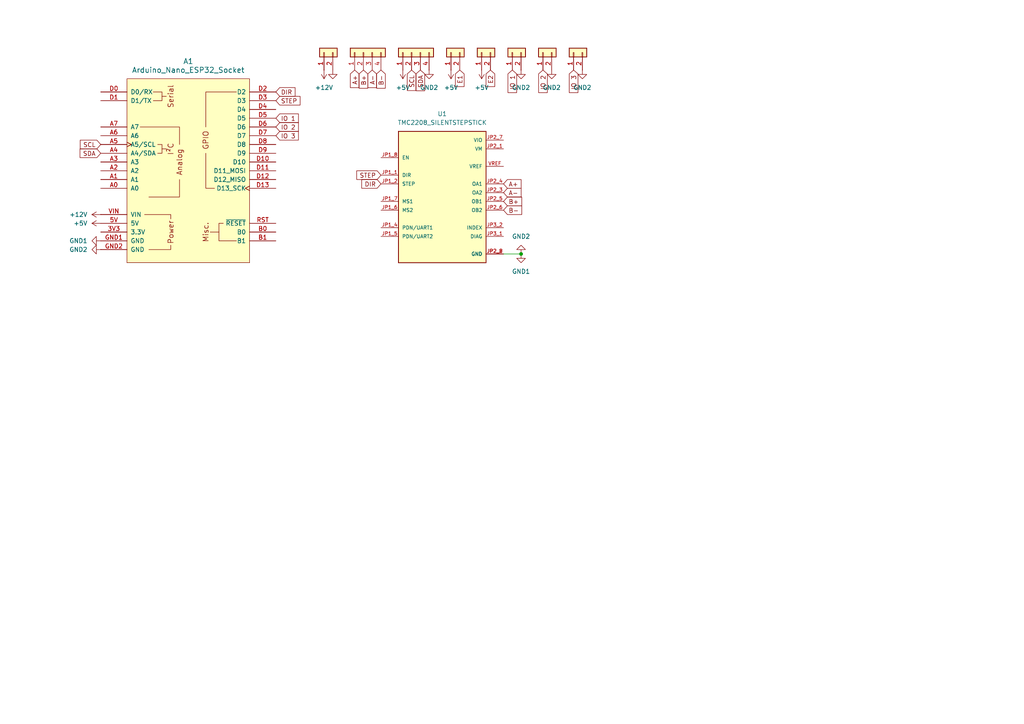
<source format=kicad_sch>
(kicad_sch
	(version 20231120)
	(generator "eeschema")
	(generator_version "8.0")
	(uuid "baa922c2-635e-48b0-a4ad-91c95da7e83e")
	(paper "A4")
	(lib_symbols
		(symbol "Connector_Generic:Conn_01x02"
			(pin_names
				(offset 1.016) hide)
			(exclude_from_sim no)
			(in_bom yes)
			(on_board yes)
			(property "Reference" "J"
				(at 0 2.54 0)
				(effects
					(font
						(size 1.27 1.27)
					)
				)
			)
			(property "Value" "Conn_01x02"
				(at 0 -5.08 0)
				(effects
					(font
						(size 1.27 1.27)
					)
				)
			)
			(property "Footprint" ""
				(at 0 0 0)
				(effects
					(font
						(size 1.27 1.27)
					)
					(hide yes)
				)
			)
			(property "Datasheet" "~"
				(at 0 0 0)
				(effects
					(font
						(size 1.27 1.27)
					)
					(hide yes)
				)
			)
			(property "Description" "Generic connector, single row, 01x02, script generated (kicad-library-utils/schlib/autogen/connector/)"
				(at 0 0 0)
				(effects
					(font
						(size 1.27 1.27)
					)
					(hide yes)
				)
			)
			(property "ki_keywords" "connector"
				(at 0 0 0)
				(effects
					(font
						(size 1.27 1.27)
					)
					(hide yes)
				)
			)
			(property "ki_fp_filters" "Connector*:*_1x??_*"
				(at 0 0 0)
				(effects
					(font
						(size 1.27 1.27)
					)
					(hide yes)
				)
			)
			(symbol "Conn_01x02_1_1"
				(rectangle
					(start -1.27 -2.413)
					(end 0 -2.667)
					(stroke
						(width 0.1524)
						(type default)
					)
					(fill
						(type none)
					)
				)
				(rectangle
					(start -1.27 0.127)
					(end 0 -0.127)
					(stroke
						(width 0.1524)
						(type default)
					)
					(fill
						(type none)
					)
				)
				(rectangle
					(start -1.27 1.27)
					(end 1.27 -3.81)
					(stroke
						(width 0.254)
						(type default)
					)
					(fill
						(type background)
					)
				)
				(pin passive line
					(at -5.08 0 0)
					(length 3.81)
					(name "Pin_1"
						(effects
							(font
								(size 1.27 1.27)
							)
						)
					)
					(number "1"
						(effects
							(font
								(size 1.27 1.27)
							)
						)
					)
				)
				(pin passive line
					(at -5.08 -2.54 0)
					(length 3.81)
					(name "Pin_2"
						(effects
							(font
								(size 1.27 1.27)
							)
						)
					)
					(number "2"
						(effects
							(font
								(size 1.27 1.27)
							)
						)
					)
				)
			)
		)
		(symbol "Connector_Generic:Conn_01x04"
			(pin_names
				(offset 1.016) hide)
			(exclude_from_sim no)
			(in_bom yes)
			(on_board yes)
			(property "Reference" "J"
				(at 0 5.08 0)
				(effects
					(font
						(size 1.27 1.27)
					)
				)
			)
			(property "Value" "Conn_01x04"
				(at 0 -7.62 0)
				(effects
					(font
						(size 1.27 1.27)
					)
				)
			)
			(property "Footprint" ""
				(at 0 0 0)
				(effects
					(font
						(size 1.27 1.27)
					)
					(hide yes)
				)
			)
			(property "Datasheet" "~"
				(at 0 0 0)
				(effects
					(font
						(size 1.27 1.27)
					)
					(hide yes)
				)
			)
			(property "Description" "Generic connector, single row, 01x04, script generated (kicad-library-utils/schlib/autogen/connector/)"
				(at 0 0 0)
				(effects
					(font
						(size 1.27 1.27)
					)
					(hide yes)
				)
			)
			(property "ki_keywords" "connector"
				(at 0 0 0)
				(effects
					(font
						(size 1.27 1.27)
					)
					(hide yes)
				)
			)
			(property "ki_fp_filters" "Connector*:*_1x??_*"
				(at 0 0 0)
				(effects
					(font
						(size 1.27 1.27)
					)
					(hide yes)
				)
			)
			(symbol "Conn_01x04_1_1"
				(rectangle
					(start -1.27 -4.953)
					(end 0 -5.207)
					(stroke
						(width 0.1524)
						(type default)
					)
					(fill
						(type none)
					)
				)
				(rectangle
					(start -1.27 -2.413)
					(end 0 -2.667)
					(stroke
						(width 0.1524)
						(type default)
					)
					(fill
						(type none)
					)
				)
				(rectangle
					(start -1.27 0.127)
					(end 0 -0.127)
					(stroke
						(width 0.1524)
						(type default)
					)
					(fill
						(type none)
					)
				)
				(rectangle
					(start -1.27 2.667)
					(end 0 2.413)
					(stroke
						(width 0.1524)
						(type default)
					)
					(fill
						(type none)
					)
				)
				(rectangle
					(start -1.27 3.81)
					(end 1.27 -6.35)
					(stroke
						(width 0.254)
						(type default)
					)
					(fill
						(type background)
					)
				)
				(pin passive line
					(at -5.08 2.54 0)
					(length 3.81)
					(name "Pin_1"
						(effects
							(font
								(size 1.27 1.27)
							)
						)
					)
					(number "1"
						(effects
							(font
								(size 1.27 1.27)
							)
						)
					)
				)
				(pin passive line
					(at -5.08 0 0)
					(length 3.81)
					(name "Pin_2"
						(effects
							(font
								(size 1.27 1.27)
							)
						)
					)
					(number "2"
						(effects
							(font
								(size 1.27 1.27)
							)
						)
					)
				)
				(pin passive line
					(at -5.08 -2.54 0)
					(length 3.81)
					(name "Pin_3"
						(effects
							(font
								(size 1.27 1.27)
							)
						)
					)
					(number "3"
						(effects
							(font
								(size 1.27 1.27)
							)
						)
					)
				)
				(pin passive line
					(at -5.08 -5.08 0)
					(length 3.81)
					(name "Pin_4"
						(effects
							(font
								(size 1.27 1.27)
							)
						)
					)
					(number "4"
						(effects
							(font
								(size 1.27 1.27)
							)
						)
					)
				)
			)
		)
		(symbol "PCM_arduino-library:Arduino_Nano_ESP32_Socket"
			(pin_names
				(offset 1.016)
			)
			(exclude_from_sim no)
			(in_bom yes)
			(on_board yes)
			(property "Reference" "A"
				(at 0 33.02 0)
				(effects
					(font
						(size 1.524 1.524)
					)
				)
			)
			(property "Value" "Arduino_Nano_ESP32_Socket"
				(at 0 29.21 0)
				(effects
					(font
						(size 1.524 1.524)
					)
				)
			)
			(property "Footprint" "PCM_arduino-library:Arduino_Nano_ESP32_Socket"
				(at 0 -34.29 0)
				(effects
					(font
						(size 1.524 1.524)
					)
					(hide yes)
				)
			)
			(property "Datasheet" "https://docs.arduino.cc/hardware/nano-esp32"
				(at 0 -30.48 0)
				(effects
					(font
						(size 1.524 1.524)
					)
					(hide yes)
				)
			)
			(property "Description" "Socket for Arduino Nano ESP32"
				(at 0 0 0)
				(effects
					(font
						(size 1.27 1.27)
					)
					(hide yes)
				)
			)
			(property "ki_keywords" "Arduino MPU Shield"
				(at 0 0 0)
				(effects
					(font
						(size 1.27 1.27)
					)
					(hide yes)
				)
			)
			(property "ki_fp_filters" "Arduino_Nano_ESP32_Socket"
				(at 0 0 0)
				(effects
					(font
						(size 1.27 1.27)
					)
					(hide yes)
				)
			)
			(symbol "Arduino_Nano_ESP32_Socket_0_0"
				(rectangle
					(start -17.78 26.67)
					(end 17.78 -26.67)
					(stroke
						(width 0)
						(type default)
					)
					(fill
						(type background)
					)
				)
				(polyline
					(pts
						(xy -7.62 6.35) (xy -6.35 6.35)
					)
					(stroke
						(width 0)
						(type default)
					)
					(fill
						(type none)
					)
				)
				(polyline
					(pts
						(xy -7.62 21.59) (xy -6.35 21.59)
					)
					(stroke
						(width 0)
						(type default)
					)
					(fill
						(type none)
					)
				)
				(polyline
					(pts
						(xy 8.89 -17.78) (xy 6.35 -17.78)
					)
					(stroke
						(width 0)
						(type default)
					)
					(fill
						(type none)
					)
				)
				(polyline
					(pts
						(xy -11.43 -22.86) (xy -5.08 -22.86) (xy -5.08 -21.59)
					)
					(stroke
						(width 0)
						(type default)
					)
					(fill
						(type none)
					)
				)
				(polyline
					(pts
						(xy -5.08 -13.97) (xy -5.08 -12.7) (xy -12.7 -12.7)
					)
					(stroke
						(width 0)
						(type default)
					)
					(fill
						(type none)
					)
				)
				(polyline
					(pts
						(xy -10.16 22.86) (xy -7.62 22.86) (xy -7.62 20.32) (xy -10.16 20.32)
					)
					(stroke
						(width 0)
						(type default)
					)
					(fill
						(type none)
					)
				)
				(polyline
					(pts
						(xy -8.89 7.62) (xy -7.62 7.62) (xy -7.62 5.08) (xy -8.89 5.08)
					)
					(stroke
						(width 0)
						(type default)
					)
					(fill
						(type none)
					)
				)
				(text "Analog"
					(at -2.54 2.54 900)
					(effects
						(font
							(size 1.524 1.524)
						)
					)
				)
				(text "I²C"
					(at -5.08 6.35 900)
					(effects
						(font
							(size 1.524 1.524)
						)
					)
				)
				(text "Misc."
					(at 5.08 -17.78 900)
					(effects
						(font
							(size 1.524 1.524)
						)
					)
				)
				(text "Power"
					(at -5.08 -17.78 900)
					(effects
						(font
							(size 1.524 1.524)
						)
					)
				)
				(text "Serial"
					(at -5.08 21.59 900)
					(effects
						(font
							(size 1.524 1.524)
						)
					)
				)
			)
			(symbol "Arduino_Nano_ESP32_Socket_0_1"
				(polyline
					(pts
						(xy -13.97 12.7) (xy -2.54 12.7) (xy -2.54 7.62)
					)
					(stroke
						(width 0)
						(type default)
					)
					(fill
						(type none)
					)
				)
				(polyline
					(pts
						(xy -11.43 -7.62) (xy -2.54 -7.62) (xy -2.54 -2.54)
					)
					(stroke
						(width 0)
						(type default)
					)
					(fill
						(type none)
					)
				)
				(polyline
					(pts
						(xy 7.62 -5.08) (xy 5.08 -5.08) (xy 5.08 5.08)
					)
					(stroke
						(width 0)
						(type default)
					)
					(fill
						(type none)
					)
				)
				(polyline
					(pts
						(xy 13.97 22.86) (xy 5.08 22.86) (xy 5.08 12.7)
					)
					(stroke
						(width 0)
						(type default)
					)
					(fill
						(type none)
					)
				)
				(polyline
					(pts
						(xy 10.16 -15.24) (xy 8.89 -15.24) (xy 8.89 -20.32) (xy 13.97 -20.32)
					)
					(stroke
						(width 0)
						(type default)
					)
					(fill
						(type none)
					)
				)
			)
			(symbol "Arduino_Nano_ESP32_Socket_1_0"
				(text "GPIO"
					(at 5.08 8.89 900)
					(effects
						(font
							(size 1.524 1.524)
						)
					)
				)
			)
			(symbol "Arduino_Nano_ESP32_Socket_1_1"
				(pin power_out line
					(at -25.4 -17.78 0)
					(length 7.62)
					(name "3.3V"
						(effects
							(font
								(size 1.27 1.27)
							)
						)
					)
					(number "3V3"
						(effects
							(font
								(size 1.27 1.27)
							)
						)
					)
				)
				(pin power_in line
					(at -25.4 -15.24 0)
					(length 7.62)
					(name "5V"
						(effects
							(font
								(size 1.27 1.27)
							)
						)
					)
					(number "5V"
						(effects
							(font
								(size 1.27 1.27)
							)
						)
					)
				)
				(pin bidirectional line
					(at -25.4 -5.08 0)
					(length 7.62)
					(name "A0"
						(effects
							(font
								(size 1.27 1.27)
							)
						)
					)
					(number "A0"
						(effects
							(font
								(size 1.27 1.27)
							)
						)
					)
				)
				(pin bidirectional line
					(at -25.4 -2.54 0)
					(length 7.62)
					(name "A1"
						(effects
							(font
								(size 1.27 1.27)
							)
						)
					)
					(number "A1"
						(effects
							(font
								(size 1.27 1.27)
							)
						)
					)
				)
				(pin bidirectional line
					(at -25.4 0 0)
					(length 7.62)
					(name "A2"
						(effects
							(font
								(size 1.27 1.27)
							)
						)
					)
					(number "A2"
						(effects
							(font
								(size 1.27 1.27)
							)
						)
					)
				)
				(pin bidirectional line
					(at -25.4 2.54 0)
					(length 7.62)
					(name "A3"
						(effects
							(font
								(size 1.27 1.27)
							)
						)
					)
					(number "A3"
						(effects
							(font
								(size 1.27 1.27)
							)
						)
					)
				)
				(pin bidirectional line
					(at -25.4 5.08 0)
					(length 7.62)
					(name "A4/SDA"
						(effects
							(font
								(size 1.27 1.27)
							)
						)
					)
					(number "A4"
						(effects
							(font
								(size 1.27 1.27)
							)
						)
					)
				)
				(pin bidirectional clock
					(at -25.4 7.62 0)
					(length 7.62)
					(name "A5/SCL"
						(effects
							(font
								(size 1.27 1.27)
							)
						)
					)
					(number "A5"
						(effects
							(font
								(size 1.27 1.27)
							)
						)
					)
				)
				(pin input line
					(at -25.4 10.16 0)
					(length 7.62)
					(name "A6"
						(effects
							(font
								(size 1.27 1.27)
							)
						)
					)
					(number "A6"
						(effects
							(font
								(size 1.27 1.27)
							)
						)
					)
				)
				(pin input line
					(at -25.4 12.7 0)
					(length 7.62)
					(name "A7"
						(effects
							(font
								(size 1.27 1.27)
							)
						)
					)
					(number "A7"
						(effects
							(font
								(size 1.27 1.27)
							)
						)
					)
				)
				(pin bidirectional line
					(at 25.4 -17.78 180)
					(length 7.62)
					(name "B0"
						(effects
							(font
								(size 1.27 1.27)
							)
						)
					)
					(number "B0"
						(effects
							(font
								(size 1.27 1.27)
							)
						)
					)
				)
				(pin bidirectional line
					(at 25.4 -20.32 180)
					(length 7.62)
					(name "B1"
						(effects
							(font
								(size 1.27 1.27)
							)
						)
					)
					(number "B1"
						(effects
							(font
								(size 1.27 1.27)
							)
						)
					)
				)
				(pin bidirectional line
					(at -25.4 22.86 0)
					(length 7.62)
					(name "D0/RX"
						(effects
							(font
								(size 1.27 1.27)
							)
						)
					)
					(number "D0"
						(effects
							(font
								(size 1.27 1.27)
							)
						)
					)
				)
				(pin bidirectional line
					(at -25.4 20.32 0)
					(length 7.62)
					(name "D1/TX"
						(effects
							(font
								(size 1.27 1.27)
							)
						)
					)
					(number "D1"
						(effects
							(font
								(size 1.27 1.27)
							)
						)
					)
				)
				(pin bidirectional line
					(at 25.4 2.54 180)
					(length 7.62)
					(name "D10"
						(effects
							(font
								(size 1.27 1.27)
							)
						)
					)
					(number "D10"
						(effects
							(font
								(size 1.27 1.27)
							)
						)
					)
				)
				(pin bidirectional line
					(at 25.4 0 180)
					(length 7.62)
					(name "D11_MOSI"
						(effects
							(font
								(size 1.27 1.27)
							)
						)
					)
					(number "D11"
						(effects
							(font
								(size 1.27 1.27)
							)
						)
					)
				)
				(pin bidirectional line
					(at 25.4 -2.54 180)
					(length 7.62)
					(name "D12_MISO"
						(effects
							(font
								(size 1.27 1.27)
							)
						)
					)
					(number "D12"
						(effects
							(font
								(size 1.27 1.27)
							)
						)
					)
				)
				(pin bidirectional clock
					(at 25.4 -5.08 180)
					(length 7.62)
					(name "D13_SCK"
						(effects
							(font
								(size 1.27 1.27)
							)
						)
					)
					(number "D13"
						(effects
							(font
								(size 1.27 1.27)
							)
						)
					)
				)
				(pin bidirectional line
					(at 25.4 22.86 180)
					(length 7.62)
					(name "D2"
						(effects
							(font
								(size 1.27 1.27)
							)
						)
					)
					(number "D2"
						(effects
							(font
								(size 1.27 1.27)
							)
						)
					)
				)
				(pin bidirectional line
					(at 25.4 20.32 180)
					(length 7.62)
					(name "D3"
						(effects
							(font
								(size 1.27 1.27)
							)
						)
					)
					(number "D3"
						(effects
							(font
								(size 1.27 1.27)
							)
						)
					)
				)
				(pin bidirectional line
					(at 25.4 17.78 180)
					(length 7.62)
					(name "D4"
						(effects
							(font
								(size 1.27 1.27)
							)
						)
					)
					(number "D4"
						(effects
							(font
								(size 1.27 1.27)
							)
						)
					)
				)
				(pin bidirectional line
					(at 25.4 15.24 180)
					(length 7.62)
					(name "D5"
						(effects
							(font
								(size 1.27 1.27)
							)
						)
					)
					(number "D5"
						(effects
							(font
								(size 1.27 1.27)
							)
						)
					)
				)
				(pin bidirectional line
					(at 25.4 12.7 180)
					(length 7.62)
					(name "D6"
						(effects
							(font
								(size 1.27 1.27)
							)
						)
					)
					(number "D6"
						(effects
							(font
								(size 1.27 1.27)
							)
						)
					)
				)
				(pin bidirectional line
					(at 25.4 10.16 180)
					(length 7.62)
					(name "D7"
						(effects
							(font
								(size 1.27 1.27)
							)
						)
					)
					(number "D7"
						(effects
							(font
								(size 1.27 1.27)
							)
						)
					)
				)
				(pin bidirectional line
					(at 25.4 7.62 180)
					(length 7.62)
					(name "D8"
						(effects
							(font
								(size 1.27 1.27)
							)
						)
					)
					(number "D8"
						(effects
							(font
								(size 1.27 1.27)
							)
						)
					)
				)
				(pin bidirectional line
					(at 25.4 5.08 180)
					(length 7.62)
					(name "D9"
						(effects
							(font
								(size 1.27 1.27)
							)
						)
					)
					(number "D9"
						(effects
							(font
								(size 1.27 1.27)
							)
						)
					)
				)
				(pin power_in line
					(at -25.4 -20.32 0)
					(length 7.62)
					(name "GND"
						(effects
							(font
								(size 1.27 1.27)
							)
						)
					)
					(number "GND1"
						(effects
							(font
								(size 1.27 1.27)
							)
						)
					)
				)
				(pin power_in line
					(at -25.4 -22.86 0)
					(length 7.62)
					(name "GND"
						(effects
							(font
								(size 1.27 1.27)
							)
						)
					)
					(number "GND2"
						(effects
							(font
								(size 1.27 1.27)
							)
						)
					)
				)
				(pin open_collector line
					(at 25.4 -15.24 180)
					(length 7.62)
					(name "~{RESET}"
						(effects
							(font
								(size 1.27 1.27)
							)
						)
					)
					(number "RST"
						(effects
							(font
								(size 1.27 1.27)
							)
						)
					)
				)
				(pin power_in line
					(at -25.4 -12.7 0)
					(length 7.62)
					(name "VIN"
						(effects
							(font
								(size 1.27 1.27)
							)
						)
					)
					(number "VIN"
						(effects
							(font
								(size 1.27 1.27)
							)
						)
					)
				)
			)
		)
		(symbol "TMC2208:TMC2208_SILENTSTEPSTICK"
			(pin_names
				(offset 1.016)
			)
			(exclude_from_sim no)
			(in_bom yes)
			(on_board yes)
			(property "Reference" "U"
				(at -12.7 19.05 0)
				(effects
					(font
						(size 1.27 1.27)
					)
					(justify left bottom)
				)
			)
			(property "Value" "TMC2208_SILENTSTEPSTICK"
				(at -12.7 -22.86 0)
				(effects
					(font
						(size 1.27 1.27)
					)
					(justify left bottom)
				)
			)
			(property "Footprint" "TMC2208_SILENTSTEPSTICK:MODULE_TMC2208_SILENTSTEPSTICK"
				(at 0 0 0)
				(effects
					(font
						(size 1.27 1.27)
					)
					(justify bottom)
					(hide yes)
				)
			)
			(property "Datasheet" ""
				(at 0 0 0)
				(effects
					(font
						(size 1.27 1.27)
					)
					(hide yes)
				)
			)
			(property "Description" ""
				(at 0 0 0)
				(effects
					(font
						(size 1.27 1.27)
					)
					(hide yes)
				)
			)
			(property "MF" "Trinamic Motion"
				(at 0 0 0)
				(effects
					(font
						(size 1.27 1.27)
					)
					(justify bottom)
					(hide yes)
				)
			)
			(property "Description_1" "\nTMC2208 Motor Controller/Driver, Stepper Power Management Evaluation Board\n"
				(at 0 0 0)
				(effects
					(font
						(size 1.27 1.27)
					)
					(justify bottom)
					(hide yes)
				)
			)
			(property "Package" "None"
				(at 0 0 0)
				(effects
					(font
						(size 1.27 1.27)
					)
					(justify bottom)
					(hide yes)
				)
			)
			(property "Price" "None"
				(at 0 0 0)
				(effects
					(font
						(size 1.27 1.27)
					)
					(justify bottom)
					(hide yes)
				)
			)
			(property "Check_prices" "https://www.snapeda.com/parts/TMC2208%20SILENTSTEPSTICK/Trinamic+Motion+Control+GmbH/view-part/?ref=eda"
				(at 0 0 0)
				(effects
					(font
						(size 1.27 1.27)
					)
					(justify bottom)
					(hide yes)
				)
			)
			(property "SnapEDA_Link" "https://www.snapeda.com/parts/TMC2208%20SILENTSTEPSTICK/Trinamic+Motion+Control+GmbH/view-part/?ref=snap"
				(at 0 0 0)
				(effects
					(font
						(size 1.27 1.27)
					)
					(justify bottom)
					(hide yes)
				)
			)
			(property "MP" "TMC2208 SILENTSTEPSTICK"
				(at 0 0 0)
				(effects
					(font
						(size 1.27 1.27)
					)
					(justify bottom)
					(hide yes)
				)
			)
			(property "Purchase-URL" "https://www.snapeda.com/api/url_track_click_mouser/?unipart_id=2125784&manufacturer=Trinamic Motion&part_name=TMC2208 SILENTSTEPSTICK&search_term=None"
				(at 0 0 0)
				(effects
					(font
						(size 1.27 1.27)
					)
					(justify bottom)
					(hide yes)
				)
			)
			(property "Availability" "In Stock"
				(at 0 0 0)
				(effects
					(font
						(size 1.27 1.27)
					)
					(justify bottom)
					(hide yes)
				)
			)
			(property "MANUFACTURER" "Trinamic Motion"
				(at 0 0 0)
				(effects
					(font
						(size 1.27 1.27)
					)
					(justify bottom)
					(hide yes)
				)
			)
			(symbol "TMC2208_SILENTSTEPSTICK_0_0"
				(rectangle
					(start -12.7 -20.32)
					(end 12.7 17.78)
					(stroke
						(width 0.254)
						(type default)
					)
					(fill
						(type background)
					)
				)
				(pin input line
					(at -17.78 5.08 0)
					(length 5.08)
					(name "DIR"
						(effects
							(font
								(size 1.016 1.016)
							)
						)
					)
					(number "JP1_1"
						(effects
							(font
								(size 1.016 1.016)
							)
						)
					)
				)
				(pin input line
					(at -17.78 2.54 0)
					(length 5.08)
					(name "STEP"
						(effects
							(font
								(size 1.016 1.016)
							)
						)
					)
					(number "JP1_2"
						(effects
							(font
								(size 1.016 1.016)
							)
						)
					)
				)
				(pin bidirectional line
					(at -17.78 -10.16 0)
					(length 5.08)
					(name "PDN/UART1"
						(effects
							(font
								(size 1.016 1.016)
							)
						)
					)
					(number "JP1_4"
						(effects
							(font
								(size 1.016 1.016)
							)
						)
					)
				)
				(pin bidirectional line
					(at -17.78 -12.7 0)
					(length 5.08)
					(name "PDN/UART2"
						(effects
							(font
								(size 1.016 1.016)
							)
						)
					)
					(number "JP1_5"
						(effects
							(font
								(size 1.016 1.016)
							)
						)
					)
				)
				(pin input line
					(at -17.78 -5.08 0)
					(length 5.08)
					(name "MS2"
						(effects
							(font
								(size 1.016 1.016)
							)
						)
					)
					(number "JP1_6"
						(effects
							(font
								(size 1.016 1.016)
							)
						)
					)
				)
				(pin input line
					(at -17.78 -2.54 0)
					(length 5.08)
					(name "MS1"
						(effects
							(font
								(size 1.016 1.016)
							)
						)
					)
					(number "JP1_7"
						(effects
							(font
								(size 1.016 1.016)
							)
						)
					)
				)
				(pin input line
					(at -17.78 10.16 0)
					(length 5.08)
					(name "EN"
						(effects
							(font
								(size 1.016 1.016)
							)
						)
					)
					(number "JP1_8"
						(effects
							(font
								(size 1.016 1.016)
							)
						)
					)
				)
				(pin power_in line
					(at 17.78 12.7 180)
					(length 5.08)
					(name "VM"
						(effects
							(font
								(size 1.016 1.016)
							)
						)
					)
					(number "JP2_1"
						(effects
							(font
								(size 1.016 1.016)
							)
						)
					)
				)
				(pin power_in line
					(at 17.78 -17.78 180)
					(length 5.08)
					(name "GND"
						(effects
							(font
								(size 1.016 1.016)
							)
						)
					)
					(number "JP2_2"
						(effects
							(font
								(size 1.016 1.016)
							)
						)
					)
				)
				(pin passive line
					(at 17.78 0 180)
					(length 5.08)
					(name "OA2"
						(effects
							(font
								(size 1.016 1.016)
							)
						)
					)
					(number "JP2_3"
						(effects
							(font
								(size 1.016 1.016)
							)
						)
					)
				)
				(pin passive line
					(at 17.78 2.54 180)
					(length 5.08)
					(name "OA1"
						(effects
							(font
								(size 1.016 1.016)
							)
						)
					)
					(number "JP2_4"
						(effects
							(font
								(size 1.016 1.016)
							)
						)
					)
				)
				(pin passive line
					(at 17.78 -2.54 180)
					(length 5.08)
					(name "OB1"
						(effects
							(font
								(size 1.016 1.016)
							)
						)
					)
					(number "JP2_5"
						(effects
							(font
								(size 1.016 1.016)
							)
						)
					)
				)
				(pin passive line
					(at 17.78 -5.08 180)
					(length 5.08)
					(name "OB2"
						(effects
							(font
								(size 1.016 1.016)
							)
						)
					)
					(number "JP2_6"
						(effects
							(font
								(size 1.016 1.016)
							)
						)
					)
				)
				(pin power_in line
					(at 17.78 15.24 180)
					(length 5.08)
					(name "VIO"
						(effects
							(font
								(size 1.016 1.016)
							)
						)
					)
					(number "JP2_7"
						(effects
							(font
								(size 1.016 1.016)
							)
						)
					)
				)
				(pin power_in line
					(at 17.78 -17.78 180)
					(length 5.08)
					(name "GND"
						(effects
							(font
								(size 1.016 1.016)
							)
						)
					)
					(number "JP2_8"
						(effects
							(font
								(size 1.016 1.016)
							)
						)
					)
				)
				(pin output line
					(at 17.78 -12.7 180)
					(length 5.08)
					(name "DIAG"
						(effects
							(font
								(size 1.016 1.016)
							)
						)
					)
					(number "JP3_1"
						(effects
							(font
								(size 1.016 1.016)
							)
						)
					)
				)
				(pin output line
					(at 17.78 -10.16 180)
					(length 5.08)
					(name "INDEX"
						(effects
							(font
								(size 1.016 1.016)
							)
						)
					)
					(number "JP3_2"
						(effects
							(font
								(size 1.016 1.016)
							)
						)
					)
				)
				(pin passive line
					(at 17.78 7.62 180)
					(length 5.08)
					(name "VREF"
						(effects
							(font
								(size 1.016 1.016)
							)
						)
					)
					(number "VREF"
						(effects
							(font
								(size 1.016 1.016)
							)
						)
					)
				)
			)
		)
		(symbol "power:+12V"
			(power)
			(pin_numbers hide)
			(pin_names
				(offset 0) hide)
			(exclude_from_sim no)
			(in_bom yes)
			(on_board yes)
			(property "Reference" "#PWR"
				(at 0 -3.81 0)
				(effects
					(font
						(size 1.27 1.27)
					)
					(hide yes)
				)
			)
			(property "Value" "+12V"
				(at 0 3.556 0)
				(effects
					(font
						(size 1.27 1.27)
					)
				)
			)
			(property "Footprint" ""
				(at 0 0 0)
				(effects
					(font
						(size 1.27 1.27)
					)
					(hide yes)
				)
			)
			(property "Datasheet" ""
				(at 0 0 0)
				(effects
					(font
						(size 1.27 1.27)
					)
					(hide yes)
				)
			)
			(property "Description" "Power symbol creates a global label with name \"+12V\""
				(at 0 0 0)
				(effects
					(font
						(size 1.27 1.27)
					)
					(hide yes)
				)
			)
			(property "ki_keywords" "global power"
				(at 0 0 0)
				(effects
					(font
						(size 1.27 1.27)
					)
					(hide yes)
				)
			)
			(symbol "+12V_0_1"
				(polyline
					(pts
						(xy -0.762 1.27) (xy 0 2.54)
					)
					(stroke
						(width 0)
						(type default)
					)
					(fill
						(type none)
					)
				)
				(polyline
					(pts
						(xy 0 0) (xy 0 2.54)
					)
					(stroke
						(width 0)
						(type default)
					)
					(fill
						(type none)
					)
				)
				(polyline
					(pts
						(xy 0 2.54) (xy 0.762 1.27)
					)
					(stroke
						(width 0)
						(type default)
					)
					(fill
						(type none)
					)
				)
			)
			(symbol "+12V_1_1"
				(pin power_in line
					(at 0 0 90)
					(length 0)
					(name "~"
						(effects
							(font
								(size 1.27 1.27)
							)
						)
					)
					(number "1"
						(effects
							(font
								(size 1.27 1.27)
							)
						)
					)
				)
			)
		)
		(symbol "power:+5V"
			(power)
			(pin_numbers hide)
			(pin_names
				(offset 0) hide)
			(exclude_from_sim no)
			(in_bom yes)
			(on_board yes)
			(property "Reference" "#PWR"
				(at 0 -3.81 0)
				(effects
					(font
						(size 1.27 1.27)
					)
					(hide yes)
				)
			)
			(property "Value" "+5V"
				(at 0 3.556 0)
				(effects
					(font
						(size 1.27 1.27)
					)
				)
			)
			(property "Footprint" ""
				(at 0 0 0)
				(effects
					(font
						(size 1.27 1.27)
					)
					(hide yes)
				)
			)
			(property "Datasheet" ""
				(at 0 0 0)
				(effects
					(font
						(size 1.27 1.27)
					)
					(hide yes)
				)
			)
			(property "Description" "Power symbol creates a global label with name \"+5V\""
				(at 0 0 0)
				(effects
					(font
						(size 1.27 1.27)
					)
					(hide yes)
				)
			)
			(property "ki_keywords" "global power"
				(at 0 0 0)
				(effects
					(font
						(size 1.27 1.27)
					)
					(hide yes)
				)
			)
			(symbol "+5V_0_1"
				(polyline
					(pts
						(xy -0.762 1.27) (xy 0 2.54)
					)
					(stroke
						(width 0)
						(type default)
					)
					(fill
						(type none)
					)
				)
				(polyline
					(pts
						(xy 0 0) (xy 0 2.54)
					)
					(stroke
						(width 0)
						(type default)
					)
					(fill
						(type none)
					)
				)
				(polyline
					(pts
						(xy 0 2.54) (xy 0.762 1.27)
					)
					(stroke
						(width 0)
						(type default)
					)
					(fill
						(type none)
					)
				)
			)
			(symbol "+5V_1_1"
				(pin power_in line
					(at 0 0 90)
					(length 0)
					(name "~"
						(effects
							(font
								(size 1.27 1.27)
							)
						)
					)
					(number "1"
						(effects
							(font
								(size 1.27 1.27)
							)
						)
					)
				)
			)
		)
		(symbol "power:GND1"
			(power)
			(pin_numbers hide)
			(pin_names
				(offset 0) hide)
			(exclude_from_sim no)
			(in_bom yes)
			(on_board yes)
			(property "Reference" "#PWR"
				(at 0 -6.35 0)
				(effects
					(font
						(size 1.27 1.27)
					)
					(hide yes)
				)
			)
			(property "Value" "GND1"
				(at 0 -3.81 0)
				(effects
					(font
						(size 1.27 1.27)
					)
				)
			)
			(property "Footprint" ""
				(at 0 0 0)
				(effects
					(font
						(size 1.27 1.27)
					)
					(hide yes)
				)
			)
			(property "Datasheet" ""
				(at 0 0 0)
				(effects
					(font
						(size 1.27 1.27)
					)
					(hide yes)
				)
			)
			(property "Description" "Power symbol creates a global label with name \"GND1\" , ground"
				(at 0 0 0)
				(effects
					(font
						(size 1.27 1.27)
					)
					(hide yes)
				)
			)
			(property "ki_keywords" "global power"
				(at 0 0 0)
				(effects
					(font
						(size 1.27 1.27)
					)
					(hide yes)
				)
			)
			(symbol "GND1_0_1"
				(polyline
					(pts
						(xy 0 0) (xy 0 -1.27) (xy 1.27 -1.27) (xy 0 -2.54) (xy -1.27 -1.27) (xy 0 -1.27)
					)
					(stroke
						(width 0)
						(type default)
					)
					(fill
						(type none)
					)
				)
			)
			(symbol "GND1_1_1"
				(pin power_in line
					(at 0 0 270)
					(length 0)
					(name "~"
						(effects
							(font
								(size 1.27 1.27)
							)
						)
					)
					(number "1"
						(effects
							(font
								(size 1.27 1.27)
							)
						)
					)
				)
			)
		)
		(symbol "power:GND2"
			(power)
			(pin_numbers hide)
			(pin_names
				(offset 0) hide)
			(exclude_from_sim no)
			(in_bom yes)
			(on_board yes)
			(property "Reference" "#PWR"
				(at 0 -6.35 0)
				(effects
					(font
						(size 1.27 1.27)
					)
					(hide yes)
				)
			)
			(property "Value" "GND2"
				(at 0 -3.81 0)
				(effects
					(font
						(size 1.27 1.27)
					)
				)
			)
			(property "Footprint" ""
				(at 0 0 0)
				(effects
					(font
						(size 1.27 1.27)
					)
					(hide yes)
				)
			)
			(property "Datasheet" ""
				(at 0 0 0)
				(effects
					(font
						(size 1.27 1.27)
					)
					(hide yes)
				)
			)
			(property "Description" "Power symbol creates a global label with name \"GND2\" , ground"
				(at 0 0 0)
				(effects
					(font
						(size 1.27 1.27)
					)
					(hide yes)
				)
			)
			(property "ki_keywords" "global power"
				(at 0 0 0)
				(effects
					(font
						(size 1.27 1.27)
					)
					(hide yes)
				)
			)
			(symbol "GND2_0_1"
				(polyline
					(pts
						(xy 0 0) (xy 0 -1.27) (xy 1.27 -1.27) (xy 0 -2.54) (xy -1.27 -1.27) (xy 0 -1.27)
					)
					(stroke
						(width 0)
						(type default)
					)
					(fill
						(type none)
					)
				)
			)
			(symbol "GND2_1_1"
				(pin power_in line
					(at 0 0 270)
					(length 0)
					(name "~"
						(effects
							(font
								(size 1.27 1.27)
							)
						)
					)
					(number "1"
						(effects
							(font
								(size 1.27 1.27)
							)
						)
					)
				)
			)
		)
	)
	(junction
		(at 151.13 73.66)
		(diameter 0)
		(color 0 0 0 0)
		(uuid "14119c7f-b932-4186-bd97-08934c679320")
	)
	(wire
		(pts
			(xy 146.05 73.66) (xy 151.13 73.66)
		)
		(stroke
			(width 0)
			(type default)
		)
		(uuid "5efe7172-b8db-44fa-b954-f03ef876bea9")
	)
	(global_label "A-"
		(shape input)
		(at 107.95 20.32 270)
		(fields_autoplaced yes)
		(effects
			(font
				(size 1.27 1.27)
			)
			(justify right)
		)
		(uuid "09c67ac8-1d49-4249-bcd6-4351a9a146e7")
		(property "Intersheetrefs" "${INTERSHEET_REFS}"
			(at 107.95 25.9662 90)
			(effects
				(font
					(size 1.27 1.27)
				)
				(justify right)
				(hide yes)
			)
		)
	)
	(global_label "A-"
		(shape input)
		(at 146.05 55.88 0)
		(fields_autoplaced yes)
		(effects
			(font
				(size 1.27 1.27)
			)
			(justify left)
		)
		(uuid "0e6a51d3-2b80-411a-a5e1-ba68f6a8ce1d")
		(property "Intersheetrefs" "${INTERSHEET_REFS}"
			(at 151.6962 55.88 0)
			(effects
				(font
					(size 1.27 1.27)
				)
				(justify left)
				(hide yes)
			)
		)
	)
	(global_label "A+"
		(shape input)
		(at 146.05 53.34 0)
		(fields_autoplaced yes)
		(effects
			(font
				(size 1.27 1.27)
			)
			(justify left)
		)
		(uuid "0f98429c-7400-44dc-8428-2dc4726b068b")
		(property "Intersheetrefs" "${INTERSHEET_REFS}"
			(at 151.6962 53.34 0)
			(effects
				(font
					(size 1.27 1.27)
				)
				(justify left)
				(hide yes)
			)
		)
	)
	(global_label "SCL"
		(shape input)
		(at 29.21 41.91 180)
		(fields_autoplaced yes)
		(effects
			(font
				(size 1.27 1.27)
			)
			(justify right)
		)
		(uuid "265f6563-2665-4518-8aeb-ba7fc787db7f")
		(property "Intersheetrefs" "${INTERSHEET_REFS}"
			(at 22.7172 41.91 0)
			(effects
				(font
					(size 1.27 1.27)
				)
				(justify right)
				(hide yes)
			)
		)
	)
	(global_label "SCL"
		(shape input)
		(at 119.38 20.32 270)
		(fields_autoplaced yes)
		(effects
			(font
				(size 1.27 1.27)
			)
			(justify right)
		)
		(uuid "27337034-6a6d-463a-b330-77a34dfa9c5c")
		(property "Intersheetrefs" "${INTERSHEET_REFS}"
			(at 119.38 26.8128 90)
			(effects
				(font
					(size 1.27 1.27)
				)
				(justify right)
				(hide yes)
			)
		)
	)
	(global_label "IO 1"
		(shape input)
		(at 80.01 34.29 0)
		(fields_autoplaced yes)
		(effects
			(font
				(size 1.27 1.27)
			)
			(justify left)
		)
		(uuid "29d57835-c4a6-4693-a8d1-3735dd57bcc8")
		(property "Intersheetrefs" "${INTERSHEET_REFS}"
			(at 87.1076 34.29 0)
			(effects
				(font
					(size 1.27 1.27)
				)
				(justify left)
				(hide yes)
			)
		)
	)
	(global_label "IO 3"
		(shape input)
		(at 80.01 39.37 0)
		(fields_autoplaced yes)
		(effects
			(font
				(size 1.27 1.27)
			)
			(justify left)
		)
		(uuid "409fd728-94f0-4e2f-a942-3694bd313e57")
		(property "Intersheetrefs" "${INTERSHEET_REFS}"
			(at 87.1076 39.37 0)
			(effects
				(font
					(size 1.27 1.27)
				)
				(justify left)
				(hide yes)
			)
		)
	)
	(global_label "IO 1"
		(shape input)
		(at 148.59 20.32 270)
		(fields_autoplaced yes)
		(effects
			(font
				(size 1.27 1.27)
			)
			(justify right)
		)
		(uuid "47266a31-ed54-485a-bc59-78906aa047c9")
		(property "Intersheetrefs" "${INTERSHEET_REFS}"
			(at 148.59 27.4176 90)
			(effects
				(font
					(size 1.27 1.27)
				)
				(justify right)
				(hide yes)
			)
		)
	)
	(global_label "E1"
		(shape input)
		(at 133.35 20.32 270)
		(fields_autoplaced yes)
		(effects
			(font
				(size 1.27 1.27)
			)
			(justify right)
		)
		(uuid "4ca487e8-3b9d-40d4-a07b-284ba42054d1")
		(property "Intersheetrefs" "${INTERSHEET_REFS}"
			(at 133.35 25.6637 90)
			(effects
				(font
					(size 1.27 1.27)
				)
				(justify right)
				(hide yes)
			)
		)
	)
	(global_label "STEP"
		(shape input)
		(at 80.01 29.21 0)
		(fields_autoplaced yes)
		(effects
			(font
				(size 1.27 1.27)
			)
			(justify left)
		)
		(uuid "512b0b38-ce34-42ed-9e3d-f690b19445e5")
		(property "Intersheetrefs" "${INTERSHEET_REFS}"
			(at 87.5913 29.21 0)
			(effects
				(font
					(size 1.27 1.27)
				)
				(justify left)
				(hide yes)
			)
		)
	)
	(global_label "STEP"
		(shape input)
		(at 110.49 50.8 180)
		(fields_autoplaced yes)
		(effects
			(font
				(size 1.27 1.27)
			)
			(justify right)
		)
		(uuid "59a7875f-98f5-4e77-9ebe-8659c0627ef8")
		(property "Intersheetrefs" "${INTERSHEET_REFS}"
			(at 102.9087 50.8 0)
			(effects
				(font
					(size 1.27 1.27)
				)
				(justify right)
				(hide yes)
			)
		)
	)
	(global_label "B+"
		(shape input)
		(at 146.05 58.42 0)
		(fields_autoplaced yes)
		(effects
			(font
				(size 1.27 1.27)
			)
			(justify left)
		)
		(uuid "6064f723-5c57-4806-a541-07e23663d097")
		(property "Intersheetrefs" "${INTERSHEET_REFS}"
			(at 151.8776 58.42 0)
			(effects
				(font
					(size 1.27 1.27)
				)
				(justify left)
				(hide yes)
			)
		)
	)
	(global_label "DIR"
		(shape input)
		(at 110.49 53.34 180)
		(fields_autoplaced yes)
		(effects
			(font
				(size 1.27 1.27)
			)
			(justify right)
		)
		(uuid "71b8d4dc-959f-43ef-9973-e9046d2ab878")
		(property "Intersheetrefs" "${INTERSHEET_REFS}"
			(at 104.36 53.34 0)
			(effects
				(font
					(size 1.27 1.27)
				)
				(justify right)
				(hide yes)
			)
		)
	)
	(global_label "DIR"
		(shape input)
		(at 80.01 26.67 0)
		(fields_autoplaced yes)
		(effects
			(font
				(size 1.27 1.27)
			)
			(justify left)
		)
		(uuid "7b501794-be50-4b9d-92e9-9ffce392b035")
		(property "Intersheetrefs" "${INTERSHEET_REFS}"
			(at 86.14 26.67 0)
			(effects
				(font
					(size 1.27 1.27)
				)
				(justify left)
				(hide yes)
			)
		)
	)
	(global_label "B-"
		(shape input)
		(at 110.49 20.32 270)
		(fields_autoplaced yes)
		(effects
			(font
				(size 1.27 1.27)
			)
			(justify right)
		)
		(uuid "7f001377-b88b-4008-b515-0f9e95fc1863")
		(property "Intersheetrefs" "${INTERSHEET_REFS}"
			(at 110.49 26.1476 90)
			(effects
				(font
					(size 1.27 1.27)
				)
				(justify right)
				(hide yes)
			)
		)
	)
	(global_label "IO 3"
		(shape input)
		(at 166.37 20.32 270)
		(fields_autoplaced yes)
		(effects
			(font
				(size 1.27 1.27)
			)
			(justify right)
		)
		(uuid "881ea72b-4279-49a6-a766-4d7c14de9e82")
		(property "Intersheetrefs" "${INTERSHEET_REFS}"
			(at 166.37 27.4176 90)
			(effects
				(font
					(size 1.27 1.27)
				)
				(justify right)
				(hide yes)
			)
		)
	)
	(global_label "IO 2"
		(shape input)
		(at 157.48 20.32 270)
		(fields_autoplaced yes)
		(effects
			(font
				(size 1.27 1.27)
			)
			(justify right)
		)
		(uuid "9ad51f3f-ca51-4136-9cf7-a748d56086bc")
		(property "Intersheetrefs" "${INTERSHEET_REFS}"
			(at 157.48 27.4176 90)
			(effects
				(font
					(size 1.27 1.27)
				)
				(justify right)
				(hide yes)
			)
		)
	)
	(global_label "B-"
		(shape input)
		(at 146.05 60.96 0)
		(fields_autoplaced yes)
		(effects
			(font
				(size 1.27 1.27)
			)
			(justify left)
		)
		(uuid "ac8385b5-b4b0-470f-a64d-83f35cc1c25e")
		(property "Intersheetrefs" "${INTERSHEET_REFS}"
			(at 151.8776 60.96 0)
			(effects
				(font
					(size 1.27 1.27)
				)
				(justify left)
				(hide yes)
			)
		)
	)
	(global_label "SDA"
		(shape input)
		(at 121.92 20.32 270)
		(fields_autoplaced yes)
		(effects
			(font
				(size 1.27 1.27)
			)
			(justify right)
		)
		(uuid "bca5faa2-b5b8-4912-bb54-f7dd22d363cc")
		(property "Intersheetrefs" "${INTERSHEET_REFS}"
			(at 121.92 26.8733 90)
			(effects
				(font
					(size 1.27 1.27)
				)
				(justify right)
				(hide yes)
			)
		)
	)
	(global_label "B+"
		(shape input)
		(at 105.41 20.32 270)
		(fields_autoplaced yes)
		(effects
			(font
				(size 1.27 1.27)
			)
			(justify right)
		)
		(uuid "c2fb76fb-5a97-4368-8fa0-bce02261cb5a")
		(property "Intersheetrefs" "${INTERSHEET_REFS}"
			(at 105.41 26.1476 90)
			(effects
				(font
					(size 1.27 1.27)
				)
				(justify right)
				(hide yes)
			)
		)
	)
	(global_label "SDA"
		(shape input)
		(at 29.21 44.45 180)
		(fields_autoplaced yes)
		(effects
			(font
				(size 1.27 1.27)
			)
			(justify right)
		)
		(uuid "c485c6c0-c8aa-483f-a585-a8bd323be2af")
		(property "Intersheetrefs" "${INTERSHEET_REFS}"
			(at 22.6567 44.45 0)
			(effects
				(font
					(size 1.27 1.27)
				)
				(justify right)
				(hide yes)
			)
		)
	)
	(global_label "A+"
		(shape input)
		(at 102.87 20.32 270)
		(fields_autoplaced yes)
		(effects
			(font
				(size 1.27 1.27)
			)
			(justify right)
		)
		(uuid "d49e00a1-d046-407d-af47-752e96e9b302")
		(property "Intersheetrefs" "${INTERSHEET_REFS}"
			(at 102.87 25.9662 90)
			(effects
				(font
					(size 1.27 1.27)
				)
				(justify right)
				(hide yes)
			)
		)
	)
	(global_label "E2"
		(shape input)
		(at 142.24 20.32 270)
		(fields_autoplaced yes)
		(effects
			(font
				(size 1.27 1.27)
			)
			(justify right)
		)
		(uuid "e48662ed-f896-497d-a8f6-04e8671d898d")
		(property "Intersheetrefs" "${INTERSHEET_REFS}"
			(at 142.24 25.6637 90)
			(effects
				(font
					(size 1.27 1.27)
				)
				(justify right)
				(hide yes)
			)
		)
	)
	(global_label "IO 2"
		(shape input)
		(at 80.01 36.83 0)
		(fields_autoplaced yes)
		(effects
			(font
				(size 1.27 1.27)
			)
			(justify left)
		)
		(uuid "ffbbe3f3-28a5-4b75-bf66-1e7e031805cc")
		(property "Intersheetrefs" "${INTERSHEET_REFS}"
			(at 87.1076 36.83 0)
			(effects
				(font
					(size 1.27 1.27)
				)
				(justify left)
				(hide yes)
			)
		)
	)
	(symbol
		(lib_id "power:GND2")
		(at 160.02 20.32 0)
		(unit 1)
		(exclude_from_sim no)
		(in_bom yes)
		(on_board yes)
		(dnp no)
		(fields_autoplaced yes)
		(uuid "0f7a4a62-45bc-408c-a3fc-de55cf604830")
		(property "Reference" "#PWR014"
			(at 160.02 26.67 0)
			(effects
				(font
					(size 1.27 1.27)
				)
				(hide yes)
			)
		)
		(property "Value" "GND2"
			(at 160.02 25.4 0)
			(effects
				(font
					(size 1.27 1.27)
				)
			)
		)
		(property "Footprint" ""
			(at 160.02 20.32 0)
			(effects
				(font
					(size 1.27 1.27)
				)
				(hide yes)
			)
		)
		(property "Datasheet" ""
			(at 160.02 20.32 0)
			(effects
				(font
					(size 1.27 1.27)
				)
				(hide yes)
			)
		)
		(property "Description" "Power symbol creates a global label with name \"GND2\" , ground"
			(at 160.02 20.32 0)
			(effects
				(font
					(size 1.27 1.27)
				)
				(hide yes)
			)
		)
		(pin "1"
			(uuid "7f124cc3-a762-4e29-af6d-22197ee20dd9")
		)
		(instances
			(project "Dispenser"
				(path "/baa922c2-635e-48b0-a4ad-91c95da7e83e"
					(reference "#PWR014")
					(unit 1)
				)
			)
		)
	)
	(symbol
		(lib_id "Connector_Generic:Conn_01x02")
		(at 139.7 15.24 90)
		(unit 1)
		(exclude_from_sim no)
		(in_bom yes)
		(on_board yes)
		(dnp no)
		(fields_autoplaced yes)
		(uuid "1d6036c4-dfd9-4ab7-8438-4c1530f5e171")
		(property "Reference" "E2"
			(at 144.78 13.9699 90)
			(effects
				(font
					(size 1.27 1.27)
				)
				(justify right)
				(hide yes)
			)
		)
		(property "Value" "Conn_01x02"
			(at 144.78 16.5099 90)
			(effects
				(font
					(size 1.27 1.27)
				)
				(justify right)
				(hide yes)
			)
		)
		(property "Footprint" "Connector_JST:JST_EH_B2B-EH-A_1x02_P2.50mm_Vertical"
			(at 139.7 15.24 0)
			(effects
				(font
					(size 1.27 1.27)
				)
				(hide yes)
			)
		)
		(property "Datasheet" "~"
			(at 139.7 15.24 0)
			(effects
				(font
					(size 1.27 1.27)
				)
				(hide yes)
			)
		)
		(property "Description" "Generic connector, single row, 01x02, script generated (kicad-library-utils/schlib/autogen/connector/)"
			(at 139.7 15.24 0)
			(effects
				(font
					(size 1.27 1.27)
				)
				(hide yes)
			)
		)
		(pin "1"
			(uuid "4c6266b8-0b98-4b84-888f-c7278e61c868")
		)
		(pin "2"
			(uuid "f5967c67-f719-4893-8d54-5c7049471e5d")
		)
		(instances
			(project "Dispenser"
				(path "/baa922c2-635e-48b0-a4ad-91c95da7e83e"
					(reference "E2")
					(unit 1)
				)
			)
		)
	)
	(symbol
		(lib_id "Connector_Generic:Conn_01x02")
		(at 166.37 15.24 90)
		(unit 1)
		(exclude_from_sim no)
		(in_bom yes)
		(on_board yes)
		(dnp no)
		(fields_autoplaced yes)
		(uuid "1e0d6061-f537-4811-9710-ec870d0858e0")
		(property "Reference" "IO3"
			(at 171.45 13.9699 90)
			(effects
				(font
					(size 1.27 1.27)
				)
				(justify right)
				(hide yes)
			)
		)
		(property "Value" "Conn_01x02"
			(at 171.45 16.5099 90)
			(effects
				(font
					(size 1.27 1.27)
				)
				(justify right)
				(hide yes)
			)
		)
		(property "Footprint" "Connector_JST:JST_EH_B4B-EH-A_1x04_P2.50mm_Vertical"
			(at 166.37 15.24 0)
			(effects
				(font
					(size 1.27 1.27)
				)
				(hide yes)
			)
		)
		(property "Datasheet" "~"
			(at 166.37 15.24 0)
			(effects
				(font
					(size 1.27 1.27)
				)
				(hide yes)
			)
		)
		(property "Description" "Generic connector, single row, 01x02, script generated (kicad-library-utils/schlib/autogen/connector/)"
			(at 166.37 15.24 0)
			(effects
				(font
					(size 1.27 1.27)
				)
				(hide yes)
			)
		)
		(pin "1"
			(uuid "c563dde4-d347-4567-a9d6-b5964288646a")
		)
		(pin "2"
			(uuid "f54a8238-4ba7-4223-a28d-73c86a98deb7")
		)
		(instances
			(project "Dispenser"
				(path "/baa922c2-635e-48b0-a4ad-91c95da7e83e"
					(reference "IO3")
					(unit 1)
				)
			)
		)
	)
	(symbol
		(lib_id "power:GND1")
		(at 96.52 20.32 0)
		(unit 1)
		(exclude_from_sim no)
		(in_bom yes)
		(on_board yes)
		(dnp no)
		(fields_autoplaced yes)
		(uuid "22862863-949c-4de9-bf6e-18c2cf74b58c")
		(property "Reference" "#PWR02"
			(at 96.52 26.67 0)
			(effects
				(font
					(size 1.27 1.27)
				)
				(hide yes)
			)
		)
		(property "Value" "GND1"
			(at 96.52 25.4 0)
			(effects
				(font
					(size 1.27 1.27)
				)
				(hide yes)
			)
		)
		(property "Footprint" ""
			(at 96.52 20.32 0)
			(effects
				(font
					(size 1.27 1.27)
				)
				(hide yes)
			)
		)
		(property "Datasheet" ""
			(at 96.52 20.32 0)
			(effects
				(font
					(size 1.27 1.27)
				)
				(hide yes)
			)
		)
		(property "Description" "Power symbol creates a global label with name \"GND1\" , ground"
			(at 96.52 20.32 0)
			(effects
				(font
					(size 1.27 1.27)
				)
				(hide yes)
			)
		)
		(pin "1"
			(uuid "35ee193a-4081-4b54-92a9-cc3283592f35")
		)
		(instances
			(project ""
				(path "/baa922c2-635e-48b0-a4ad-91c95da7e83e"
					(reference "#PWR02")
					(unit 1)
				)
			)
		)
	)
	(symbol
		(lib_id "power:+12V")
		(at 93.98 20.32 180)
		(unit 1)
		(exclude_from_sim no)
		(in_bom yes)
		(on_board yes)
		(dnp no)
		(fields_autoplaced yes)
		(uuid "2824b959-c074-43ca-ad50-0910ff95fa24")
		(property "Reference" "#PWR01"
			(at 93.98 16.51 0)
			(effects
				(font
					(size 1.27 1.27)
				)
				(hide yes)
			)
		)
		(property "Value" "+12V"
			(at 93.98 25.4 0)
			(effects
				(font
					(size 1.27 1.27)
				)
			)
		)
		(property "Footprint" ""
			(at 93.98 20.32 0)
			(effects
				(font
					(size 1.27 1.27)
				)
				(hide yes)
			)
		)
		(property "Datasheet" ""
			(at 93.98 20.32 0)
			(effects
				(font
					(size 1.27 1.27)
				)
				(hide yes)
			)
		)
		(property "Description" "Power symbol creates a global label with name \"+12V\""
			(at 93.98 20.32 0)
			(effects
				(font
					(size 1.27 1.27)
				)
				(hide yes)
			)
		)
		(pin "1"
			(uuid "6ac06b3e-4c14-4c49-9ea4-55d5ec6a61f5")
		)
		(instances
			(project ""
				(path "/baa922c2-635e-48b0-a4ad-91c95da7e83e"
					(reference "#PWR01")
					(unit 1)
				)
			)
		)
	)
	(symbol
		(lib_id "power:+5V")
		(at 29.21 64.77 90)
		(unit 1)
		(exclude_from_sim no)
		(in_bom yes)
		(on_board yes)
		(dnp no)
		(fields_autoplaced yes)
		(uuid "3354090c-c27a-436c-9f3f-58194d664025")
		(property "Reference" "#PWR08"
			(at 33.02 64.77 0)
			(effects
				(font
					(size 1.27 1.27)
				)
				(hide yes)
			)
		)
		(property "Value" "+5V"
			(at 25.4 64.7699 90)
			(effects
				(font
					(size 1.27 1.27)
				)
				(justify left)
			)
		)
		(property "Footprint" ""
			(at 29.21 64.77 0)
			(effects
				(font
					(size 1.27 1.27)
				)
				(hide yes)
			)
		)
		(property "Datasheet" ""
			(at 29.21 64.77 0)
			(effects
				(font
					(size 1.27 1.27)
				)
				(hide yes)
			)
		)
		(property "Description" "Power symbol creates a global label with name \"+5V\""
			(at 29.21 64.77 0)
			(effects
				(font
					(size 1.27 1.27)
				)
				(hide yes)
			)
		)
		(pin "1"
			(uuid "9a0679aa-a6f3-42d8-8228-a7a77a70233f")
		)
		(instances
			(project ""
				(path "/baa922c2-635e-48b0-a4ad-91c95da7e83e"
					(reference "#PWR08")
					(unit 1)
				)
			)
		)
	)
	(symbol
		(lib_id "Connector_Generic:Conn_01x02")
		(at 148.59 15.24 90)
		(unit 1)
		(exclude_from_sim no)
		(in_bom yes)
		(on_board yes)
		(dnp no)
		(fields_autoplaced yes)
		(uuid "33a25833-cd08-4ef9-aaac-9ebcc3533d41")
		(property "Reference" "IO1"
			(at 153.67 13.9699 90)
			(effects
				(font
					(size 1.27 1.27)
				)
				(justify right)
				(hide yes)
			)
		)
		(property "Value" "Conn_01x02"
			(at 153.67 16.5099 90)
			(effects
				(font
					(size 1.27 1.27)
				)
				(justify right)
				(hide yes)
			)
		)
		(property "Footprint" "Connector_JST:JST_EH_B2B-EH-A_1x02_P2.50mm_Vertical"
			(at 148.59 15.24 0)
			(effects
				(font
					(size 1.27 1.27)
				)
				(hide yes)
			)
		)
		(property "Datasheet" "~"
			(at 148.59 15.24 0)
			(effects
				(font
					(size 1.27 1.27)
				)
				(hide yes)
			)
		)
		(property "Description" "Generic connector, single row, 01x02, script generated (kicad-library-utils/schlib/autogen/connector/)"
			(at 148.59 15.24 0)
			(effects
				(font
					(size 1.27 1.27)
				)
				(hide yes)
			)
		)
		(pin "1"
			(uuid "cd807126-eae4-4c58-9d60-209a515612ee")
		)
		(pin "2"
			(uuid "f164e863-009f-4296-b8a3-c536a626b442")
		)
		(instances
			(project "Dispenser"
				(path "/baa922c2-635e-48b0-a4ad-91c95da7e83e"
					(reference "IO1")
					(unit 1)
				)
			)
		)
	)
	(symbol
		(lib_id "power:GND2")
		(at 168.91 20.32 0)
		(unit 1)
		(exclude_from_sim no)
		(in_bom yes)
		(on_board yes)
		(dnp no)
		(fields_autoplaced yes)
		(uuid "438f4454-66d9-48e3-b334-838039138a3c")
		(property "Reference" "#PWR015"
			(at 168.91 26.67 0)
			(effects
				(font
					(size 1.27 1.27)
				)
				(hide yes)
			)
		)
		(property "Value" "GND2"
			(at 168.91 25.4 0)
			(effects
				(font
					(size 1.27 1.27)
				)
			)
		)
		(property "Footprint" ""
			(at 168.91 20.32 0)
			(effects
				(font
					(size 1.27 1.27)
				)
				(hide yes)
			)
		)
		(property "Datasheet" ""
			(at 168.91 20.32 0)
			(effects
				(font
					(size 1.27 1.27)
				)
				(hide yes)
			)
		)
		(property "Description" "Power symbol creates a global label with name \"GND2\" , ground"
			(at 168.91 20.32 0)
			(effects
				(font
					(size 1.27 1.27)
				)
				(hide yes)
			)
		)
		(pin "1"
			(uuid "f729b89b-1fb1-47a1-ab80-16e6204cb944")
		)
		(instances
			(project "Dispenser"
				(path "/baa922c2-635e-48b0-a4ad-91c95da7e83e"
					(reference "#PWR015")
					(unit 1)
				)
			)
		)
	)
	(symbol
		(lib_id "power:GND1")
		(at 29.21 69.85 270)
		(unit 1)
		(exclude_from_sim no)
		(in_bom yes)
		(on_board yes)
		(dnp no)
		(fields_autoplaced yes)
		(uuid "45261bb6-a2b4-4766-b939-fd6835741d4c")
		(property "Reference" "#PWR03"
			(at 22.86 69.85 0)
			(effects
				(font
					(size 1.27 1.27)
				)
				(hide yes)
			)
		)
		(property "Value" "GND1"
			(at 25.4 69.8499 90)
			(effects
				(font
					(size 1.27 1.27)
				)
				(justify right)
			)
		)
		(property "Footprint" ""
			(at 29.21 69.85 0)
			(effects
				(font
					(size 1.27 1.27)
				)
				(hide yes)
			)
		)
		(property "Datasheet" ""
			(at 29.21 69.85 0)
			(effects
				(font
					(size 1.27 1.27)
				)
				(hide yes)
			)
		)
		(property "Description" "Power symbol creates a global label with name \"GND1\" , ground"
			(at 29.21 69.85 0)
			(effects
				(font
					(size 1.27 1.27)
				)
				(hide yes)
			)
		)
		(pin "1"
			(uuid "3f191701-3518-4212-a00c-a5bf7f8a5de2")
		)
		(instances
			(project ""
				(path "/baa922c2-635e-48b0-a4ad-91c95da7e83e"
					(reference "#PWR03")
					(unit 1)
				)
			)
		)
	)
	(symbol
		(lib_id "Connector_Generic:Conn_01x02")
		(at 157.48 15.24 90)
		(unit 1)
		(exclude_from_sim no)
		(in_bom yes)
		(on_board yes)
		(dnp no)
		(fields_autoplaced yes)
		(uuid "4ebc6f21-1591-4462-8d88-47f9344f6ada")
		(property "Reference" "IO2"
			(at 162.56 13.9699 90)
			(effects
				(font
					(size 1.27 1.27)
				)
				(justify right)
				(hide yes)
			)
		)
		(property "Value" "Conn_01x02"
			(at 162.56 16.5099 90)
			(effects
				(font
					(size 1.27 1.27)
				)
				(justify right)
				(hide yes)
			)
		)
		(property "Footprint" "Connector_JST:JST_EH_B2B-EH-A_1x02_P2.50mm_Vertical"
			(at 157.48 15.24 0)
			(effects
				(font
					(size 1.27 1.27)
				)
				(hide yes)
			)
		)
		(property "Datasheet" "~"
			(at 157.48 15.24 0)
			(effects
				(font
					(size 1.27 1.27)
				)
				(hide yes)
			)
		)
		(property "Description" "Generic connector, single row, 01x02, script generated (kicad-library-utils/schlib/autogen/connector/)"
			(at 157.48 15.24 0)
			(effects
				(font
					(size 1.27 1.27)
				)
				(hide yes)
			)
		)
		(pin "1"
			(uuid "6ae96818-6950-4462-9a6d-bf7d32a11160")
		)
		(pin "2"
			(uuid "b4d26144-c99f-4724-8ff0-e881460e7bff")
		)
		(instances
			(project "Dispenser"
				(path "/baa922c2-635e-48b0-a4ad-91c95da7e83e"
					(reference "IO2")
					(unit 1)
				)
			)
		)
	)
	(symbol
		(lib_id "TMC2208:TMC2208_SILENTSTEPSTICK")
		(at 128.27 55.88 0)
		(unit 1)
		(exclude_from_sim no)
		(in_bom yes)
		(on_board yes)
		(dnp no)
		(fields_autoplaced yes)
		(uuid "847dd4fe-8b80-485e-9898-779bb6df11f7")
		(property "Reference" "U1"
			(at 128.27 33.02 0)
			(effects
				(font
					(size 1.27 1.27)
				)
			)
		)
		(property "Value" "TMC2208_SILENTSTEPSTICK"
			(at 128.27 35.56 0)
			(effects
				(font
					(size 1.27 1.27)
				)
			)
		)
		(property "Footprint" "TMC2208:MODULE_TMC2208_SILENTSTEPSTICK"
			(at 128.27 55.88 0)
			(effects
				(font
					(size 1.27 1.27)
				)
				(justify bottom)
				(hide yes)
			)
		)
		(property "Datasheet" ""
			(at 128.27 55.88 0)
			(effects
				(font
					(size 1.27 1.27)
				)
				(hide yes)
			)
		)
		(property "Description" ""
			(at 128.27 55.88 0)
			(effects
				(font
					(size 1.27 1.27)
				)
				(hide yes)
			)
		)
		(property "MF" "Trinamic Motion"
			(at 128.27 55.88 0)
			(effects
				(font
					(size 1.27 1.27)
				)
				(justify bottom)
				(hide yes)
			)
		)
		(property "Description_1" "\nTMC2208 Motor Controller/Driver, Stepper Power Management Evaluation Board\n"
			(at 128.27 55.88 0)
			(effects
				(font
					(size 1.27 1.27)
				)
				(justify bottom)
				(hide yes)
			)
		)
		(property "Package" "None"
			(at 128.27 55.88 0)
			(effects
				(font
					(size 1.27 1.27)
				)
				(justify bottom)
				(hide yes)
			)
		)
		(property "Price" "None"
			(at 128.27 55.88 0)
			(effects
				(font
					(size 1.27 1.27)
				)
				(justify bottom)
				(hide yes)
			)
		)
		(property "Check_prices" "https://www.snapeda.com/parts/TMC2208%20SILENTSTEPSTICK/Trinamic+Motion+Control+GmbH/view-part/?ref=eda"
			(at 128.27 55.88 0)
			(effects
				(font
					(size 1.27 1.27)
				)
				(justify bottom)
				(hide yes)
			)
		)
		(property "SnapEDA_Link" "https://www.snapeda.com/parts/TMC2208%20SILENTSTEPSTICK/Trinamic+Motion+Control+GmbH/view-part/?ref=snap"
			(at 128.27 55.88 0)
			(effects
				(font
					(size 1.27 1.27)
				)
				(justify bottom)
				(hide yes)
			)
		)
		(property "MP" "TMC2208 SILENTSTEPSTICK"
			(at 128.27 55.88 0)
			(effects
				(font
					(size 1.27 1.27)
				)
				(justify bottom)
				(hide yes)
			)
		)
		(property "Purchase-URL" "https://www.snapeda.com/api/url_track_click_mouser/?unipart_id=2125784&manufacturer=Trinamic Motion&part_name=TMC2208 SILENTSTEPSTICK&search_term=None"
			(at 128.27 55.88 0)
			(effects
				(font
					(size 1.27 1.27)
				)
				(justify bottom)
				(hide yes)
			)
		)
		(property "Availability" "In Stock"
			(at 128.27 55.88 0)
			(effects
				(font
					(size 1.27 1.27)
				)
				(justify bottom)
				(hide yes)
			)
		)
		(property "MANUFACTURER" "Trinamic Motion"
			(at 128.27 55.88 0)
			(effects
				(font
					(size 1.27 1.27)
				)
				(justify bottom)
				(hide yes)
			)
		)
		(pin "JP1_5"
			(uuid "a0a26824-d687-4344-bf64-be15f3b53264")
		)
		(pin "VREF"
			(uuid "bfb445d0-8718-4fa7-ac85-c813559e672b")
		)
		(pin "JP2_2"
			(uuid "f2b81bff-8e4e-413d-8d72-ceff05db788b")
		)
		(pin "JP2_7"
			(uuid "c806989f-8789-4f49-beb9-bb892865e74b")
		)
		(pin "JP3_1"
			(uuid "70e200af-7513-4ade-aaa6-8e0f281c3313")
		)
		(pin "JP2_4"
			(uuid "7b26dcbe-4fde-4960-9f96-511457a6156d")
		)
		(pin "JP2_8"
			(uuid "67c82754-24c6-4126-b455-66ce71df3be1")
		)
		(pin "JP1_2"
			(uuid "58fce331-bbec-42cc-9f38-81ad3aa1e19e")
		)
		(pin "JP2_6"
			(uuid "d8752482-fea5-4459-a05e-a98d688a88af")
		)
		(pin "JP2_5"
			(uuid "9aa23fdc-0df4-4f16-a965-827da795b89c")
		)
		(pin "JP1_4"
			(uuid "6b84036a-ed3b-4503-ae77-6c1a43f262de")
		)
		(pin "JP1_7"
			(uuid "348f7bed-1982-4c60-8d67-3f234411eb6e")
		)
		(pin "JP1_6"
			(uuid "a8a11e7d-19b8-470c-ba4e-7d46d181b932")
		)
		(pin "JP1_8"
			(uuid "988a0578-069c-405a-9a7e-405242bbc4a9")
		)
		(pin "JP3_2"
			(uuid "a435ab02-da6b-4094-9437-6166413e7a91")
		)
		(pin "JP2_1"
			(uuid "810dd1d3-59ae-4cfb-a0ec-a68bc3d6247c")
		)
		(pin "JP1_1"
			(uuid "ec73bf48-2022-4f34-81cd-b01228d71ead")
		)
		(pin "JP2_3"
			(uuid "d950fba6-1ba6-424f-a82f-70291cd91ce9")
		)
		(instances
			(project ""
				(path "/baa922c2-635e-48b0-a4ad-91c95da7e83e"
					(reference "U1")
					(unit 1)
				)
			)
		)
	)
	(symbol
		(lib_id "power:+12V")
		(at 29.21 62.23 90)
		(unit 1)
		(exclude_from_sim no)
		(in_bom yes)
		(on_board yes)
		(dnp no)
		(fields_autoplaced yes)
		(uuid "8c5faca0-b547-400e-b747-4cd6eff2b38c")
		(property "Reference" "#PWR04"
			(at 33.02 62.23 0)
			(effects
				(font
					(size 1.27 1.27)
				)
				(hide yes)
			)
		)
		(property "Value" "+12V"
			(at 25.4 62.2299 90)
			(effects
				(font
					(size 1.27 1.27)
				)
				(justify left)
			)
		)
		(property "Footprint" ""
			(at 29.21 62.23 0)
			(effects
				(font
					(size 1.27 1.27)
				)
				(hide yes)
			)
		)
		(property "Datasheet" ""
			(at 29.21 62.23 0)
			(effects
				(font
					(size 1.27 1.27)
				)
				(hide yes)
			)
		)
		(property "Description" "Power symbol creates a global label with name \"+12V\""
			(at 29.21 62.23 0)
			(effects
				(font
					(size 1.27 1.27)
				)
				(hide yes)
			)
		)
		(pin "1"
			(uuid "e05703a4-c9e8-48d9-bd48-199b6c02edea")
		)
		(instances
			(project ""
				(path "/baa922c2-635e-48b0-a4ad-91c95da7e83e"
					(reference "#PWR04")
					(unit 1)
				)
			)
		)
	)
	(symbol
		(lib_id "Connector_Generic:Conn_01x04")
		(at 105.41 15.24 90)
		(unit 1)
		(exclude_from_sim no)
		(in_bom yes)
		(on_board yes)
		(dnp no)
		(fields_autoplaced yes)
		(uuid "91101b27-e573-482d-a02d-1a249543d30a")
		(property "Reference" "S1"
			(at 106.68 8.89 90)
			(effects
				(font
					(size 1.27 1.27)
				)
				(hide yes)
			)
		)
		(property "Value" "Conn_01x04"
			(at 106.68 11.43 90)
			(effects
				(font
					(size 1.27 1.27)
				)
				(hide yes)
			)
		)
		(property "Footprint" "Connector_JST:JST_EH_B4B-EH-A_1x04_P2.50mm_Vertical"
			(at 105.41 15.24 0)
			(effects
				(font
					(size 1.27 1.27)
				)
				(hide yes)
			)
		)
		(property "Datasheet" "~"
			(at 105.41 15.24 0)
			(effects
				(font
					(size 1.27 1.27)
				)
				(hide yes)
			)
		)
		(property "Description" "Generic connector, single row, 01x04, script generated (kicad-library-utils/schlib/autogen/connector/)"
			(at 105.41 15.24 0)
			(effects
				(font
					(size 1.27 1.27)
				)
				(hide yes)
			)
		)
		(pin "2"
			(uuid "bb788294-9562-4e55-876a-87f1cbc93d00")
		)
		(pin "4"
			(uuid "cf342628-13f6-44d2-8c1d-2aa58a666a0b")
		)
		(pin "1"
			(uuid "f8362008-7e27-49da-b238-8409f5b532e1")
		)
		(pin "3"
			(uuid "cd2b0c2f-5b72-41a5-b457-a29ddc9ed9f5")
		)
		(instances
			(project ""
				(path "/baa922c2-635e-48b0-a4ad-91c95da7e83e"
					(reference "S1")
					(unit 1)
				)
			)
		)
	)
	(symbol
		(lib_id "Connector_Generic:Conn_01x02")
		(at 130.81 15.24 90)
		(unit 1)
		(exclude_from_sim no)
		(in_bom yes)
		(on_board yes)
		(dnp no)
		(fields_autoplaced yes)
		(uuid "919ff150-3362-4076-9cb6-a585e69d7cde")
		(property "Reference" "E1"
			(at 135.89 13.9699 90)
			(effects
				(font
					(size 1.27 1.27)
				)
				(justify right)
				(hide yes)
			)
		)
		(property "Value" "Conn_01x02"
			(at 135.89 16.5099 90)
			(effects
				(font
					(size 1.27 1.27)
				)
				(justify right)
				(hide yes)
			)
		)
		(property "Footprint" "Connector_JST:JST_EH_B2B-EH-A_1x02_P2.50mm_Vertical"
			(at 130.81 15.24 0)
			(effects
				(font
					(size 1.27 1.27)
				)
				(hide yes)
			)
		)
		(property "Datasheet" "~"
			(at 130.81 15.24 0)
			(effects
				(font
					(size 1.27 1.27)
				)
				(hide yes)
			)
		)
		(property "Description" "Generic connector, single row, 01x02, script generated (kicad-library-utils/schlib/autogen/connector/)"
			(at 130.81 15.24 0)
			(effects
				(font
					(size 1.27 1.27)
				)
				(hide yes)
			)
		)
		(pin "1"
			(uuid "9956f653-3dbc-4594-bce6-df01d88b261a")
		)
		(pin "2"
			(uuid "f1e46741-01b0-4473-a305-6ce843502146")
		)
		(instances
			(project "Dispenser"
				(path "/baa922c2-635e-48b0-a4ad-91c95da7e83e"
					(reference "E1")
					(unit 1)
				)
			)
		)
	)
	(symbol
		(lib_id "PCM_arduino-library:Arduino_Nano_ESP32_Socket")
		(at 54.61 49.53 0)
		(unit 1)
		(exclude_from_sim no)
		(in_bom yes)
		(on_board yes)
		(dnp no)
		(fields_autoplaced yes)
		(uuid "96922116-d1b7-45e9-823e-50226dfb894c")
		(property "Reference" "A1"
			(at 54.61 17.78 0)
			(effects
				(font
					(size 1.524 1.524)
				)
			)
		)
		(property "Value" "Arduino_Nano_ESP32_Socket"
			(at 54.61 20.32 0)
			(effects
				(font
					(size 1.524 1.524)
				)
			)
		)
		(property "Footprint" "PCM_arduino-library:Arduino_Nano_ESP32_Socket"
			(at 54.61 83.82 0)
			(effects
				(font
					(size 1.524 1.524)
				)
				(hide yes)
			)
		)
		(property "Datasheet" "https://docs.arduino.cc/hardware/nano-esp32"
			(at 54.61 80.01 0)
			(effects
				(font
					(size 1.524 1.524)
				)
				(hide yes)
			)
		)
		(property "Description" "Socket for Arduino Nano ESP32"
			(at 54.61 49.53 0)
			(effects
				(font
					(size 1.27 1.27)
				)
				(hide yes)
			)
		)
		(pin "D3"
			(uuid "729d43b8-6edb-4dd1-8a12-69682d9f4ec7")
		)
		(pin "A1"
			(uuid "8ae10011-7456-434c-b4ec-136cd0d06ae1")
		)
		(pin "B1"
			(uuid "3aeb51a6-f580-45fc-9804-080998c80447")
		)
		(pin "D11"
			(uuid "644a0cb0-e85f-4ac0-993a-cdbc196fbdd5")
		)
		(pin "D8"
			(uuid "c8c9b928-4674-4a6a-80f6-a6f85bd3da53")
		)
		(pin "VIN"
			(uuid "be4d3dcd-9967-4173-a1dd-df6d5ef69940")
		)
		(pin "D1"
			(uuid "6884dbdd-0fcf-4117-8e71-7906c01b9273")
		)
		(pin "D13"
			(uuid "a65f0894-cb76-4214-ae7d-c2680337fcc7")
		)
		(pin "RST"
			(uuid "6a3abf23-f367-46eb-b482-c89365ea64d4")
		)
		(pin "A3"
			(uuid "20871d99-4b63-474a-b59e-a7aa1592e23c")
		)
		(pin "A0"
			(uuid "1503b8ba-2856-4633-8fc1-3fcd102a8ea5")
		)
		(pin "D4"
			(uuid "f456574f-c74a-4a40-8eed-9923ebab0260")
		)
		(pin "D2"
			(uuid "a24598e1-0a4e-4042-86ee-2c81f949e03e")
		)
		(pin "3V3"
			(uuid "305097d0-2ce8-4fbf-83c4-2c138798cefc")
		)
		(pin "5V"
			(uuid "ad40a13b-126b-46c5-b7de-12025749b1f6")
		)
		(pin "B0"
			(uuid "c76cf174-6347-402d-aa83-b80fdc7166a4")
		)
		(pin "D0"
			(uuid "b95739ca-8669-4605-90bd-6818b7797c7d")
		)
		(pin "D9"
			(uuid "9240f83f-e3e8-4687-a79e-957da72f5e00")
		)
		(pin "D7"
			(uuid "b0510566-609f-4337-9c32-99cf962d90e4")
		)
		(pin "D10"
			(uuid "840d92f7-c2f1-49d3-869f-e4565465946e")
		)
		(pin "GND2"
			(uuid "e1f3a09c-75c8-4c7c-80c1-6f7a9c03d2af")
		)
		(pin "D12"
			(uuid "f7e272d9-ae0d-4b1c-a06c-04287ceeff7f")
		)
		(pin "A4"
			(uuid "8cf364fe-82d2-4804-baa7-1fd2d6aa089e")
		)
		(pin "A7"
			(uuid "fe87eda7-2a6d-4e60-9af8-e6a1a1c5d1a8")
		)
		(pin "A6"
			(uuid "41c77200-a65e-492c-9bed-9eb0aee50091")
		)
		(pin "A2"
			(uuid "0381cdbd-2709-42a6-a33f-be87dc675099")
		)
		(pin "A5"
			(uuid "1ca084ef-6678-4800-ae5b-5d700e892828")
		)
		(pin "D6"
			(uuid "7980b1de-9136-4e57-88be-5cad5996ce4b")
		)
		(pin "D5"
			(uuid "1aece182-04c2-4120-bc6c-8559a3cbcd7e")
		)
		(pin "GND1"
			(uuid "0514691e-532e-40d3-9b8a-f4ec696e63a2")
		)
		(instances
			(project ""
				(path "/baa922c2-635e-48b0-a4ad-91c95da7e83e"
					(reference "A1")
					(unit 1)
				)
			)
		)
	)
	(symbol
		(lib_id "power:GND2")
		(at 29.21 72.39 270)
		(unit 1)
		(exclude_from_sim no)
		(in_bom yes)
		(on_board yes)
		(dnp no)
		(fields_autoplaced yes)
		(uuid "9aec4364-2781-43cd-9835-bb6d883d770d")
		(property "Reference" "#PWR07"
			(at 22.86 72.39 0)
			(effects
				(font
					(size 1.27 1.27)
				)
				(hide yes)
			)
		)
		(property "Value" "GND2"
			(at 25.4 72.3899 90)
			(effects
				(font
					(size 1.27 1.27)
				)
				(justify right)
			)
		)
		(property "Footprint" ""
			(at 29.21 72.39 0)
			(effects
				(font
					(size 1.27 1.27)
				)
				(hide yes)
			)
		)
		(property "Datasheet" ""
			(at 29.21 72.39 0)
			(effects
				(font
					(size 1.27 1.27)
				)
				(hide yes)
			)
		)
		(property "Description" "Power symbol creates a global label with name \"GND2\" , ground"
			(at 29.21 72.39 0)
			(effects
				(font
					(size 1.27 1.27)
				)
				(hide yes)
			)
		)
		(pin "1"
			(uuid "854a1905-6853-4642-99eb-17e6717677d7")
		)
		(instances
			(project "Dispenser"
				(path "/baa922c2-635e-48b0-a4ad-91c95da7e83e"
					(reference "#PWR07")
					(unit 1)
				)
			)
		)
	)
	(symbol
		(lib_id "power:GND2")
		(at 151.13 73.66 180)
		(unit 1)
		(exclude_from_sim no)
		(in_bom yes)
		(on_board yes)
		(dnp no)
		(fields_autoplaced yes)
		(uuid "a7906a97-4368-4dab-bc40-55382f5dd1d1")
		(property "Reference" "#PWR06"
			(at 151.13 67.31 0)
			(effects
				(font
					(size 1.27 1.27)
				)
				(hide yes)
			)
		)
		(property "Value" "GND2"
			(at 151.13 68.58 0)
			(effects
				(font
					(size 1.27 1.27)
				)
			)
		)
		(property "Footprint" ""
			(at 151.13 73.66 0)
			(effects
				(font
					(size 1.27 1.27)
				)
				(hide yes)
			)
		)
		(property "Datasheet" ""
			(at 151.13 73.66 0)
			(effects
				(font
					(size 1.27 1.27)
				)
				(hide yes)
			)
		)
		(property "Description" "Power symbol creates a global label with name \"GND2\" , ground"
			(at 151.13 73.66 0)
			(effects
				(font
					(size 1.27 1.27)
				)
				(hide yes)
			)
		)
		(pin "1"
			(uuid "7f0892e3-36be-48ba-b0e0-8f2071df83dc")
		)
		(instances
			(project ""
				(path "/baa922c2-635e-48b0-a4ad-91c95da7e83e"
					(reference "#PWR06")
					(unit 1)
				)
			)
		)
	)
	(symbol
		(lib_id "power:GND2")
		(at 151.13 20.32 0)
		(unit 1)
		(exclude_from_sim no)
		(in_bom yes)
		(on_board yes)
		(dnp no)
		(fields_autoplaced yes)
		(uuid "aa956c2d-d60d-4641-8d25-e7c8ec0dfa59")
		(property "Reference" "#PWR013"
			(at 151.13 26.67 0)
			(effects
				(font
					(size 1.27 1.27)
				)
				(hide yes)
			)
		)
		(property "Value" "GND2"
			(at 151.13 25.4 0)
			(effects
				(font
					(size 1.27 1.27)
				)
			)
		)
		(property "Footprint" ""
			(at 151.13 20.32 0)
			(effects
				(font
					(size 1.27 1.27)
				)
				(hide yes)
			)
		)
		(property "Datasheet" ""
			(at 151.13 20.32 0)
			(effects
				(font
					(size 1.27 1.27)
				)
				(hide yes)
			)
		)
		(property "Description" "Power symbol creates a global label with name \"GND2\" , ground"
			(at 151.13 20.32 0)
			(effects
				(font
					(size 1.27 1.27)
				)
				(hide yes)
			)
		)
		(pin "1"
			(uuid "cb97950e-46db-461f-8a9a-8edafd932e44")
		)
		(instances
			(project ""
				(path "/baa922c2-635e-48b0-a4ad-91c95da7e83e"
					(reference "#PWR013")
					(unit 1)
				)
			)
		)
	)
	(symbol
		(lib_id "power:+5V")
		(at 130.81 20.32 180)
		(unit 1)
		(exclude_from_sim no)
		(in_bom yes)
		(on_board yes)
		(dnp no)
		(fields_autoplaced yes)
		(uuid "b1df8a0b-43e5-4645-b292-bf7872d91232")
		(property "Reference" "#PWR011"
			(at 130.81 16.51 0)
			(effects
				(font
					(size 1.27 1.27)
				)
				(hide yes)
			)
		)
		(property "Value" "+5V"
			(at 130.81 25.4 0)
			(effects
				(font
					(size 1.27 1.27)
				)
			)
		)
		(property "Footprint" ""
			(at 130.81 20.32 0)
			(effects
				(font
					(size 1.27 1.27)
				)
				(hide yes)
			)
		)
		(property "Datasheet" ""
			(at 130.81 20.32 0)
			(effects
				(font
					(size 1.27 1.27)
				)
				(hide yes)
			)
		)
		(property "Description" "Power symbol creates a global label with name \"+5V\""
			(at 130.81 20.32 0)
			(effects
				(font
					(size 1.27 1.27)
				)
				(hide yes)
			)
		)
		(pin "1"
			(uuid "d0ed648f-e132-42e1-bddd-356b2ae5ab52")
		)
		(instances
			(project ""
				(path "/baa922c2-635e-48b0-a4ad-91c95da7e83e"
					(reference "#PWR011")
					(unit 1)
				)
			)
		)
	)
	(symbol
		(lib_id "power:+5V")
		(at 116.84 20.32 180)
		(unit 1)
		(exclude_from_sim no)
		(in_bom yes)
		(on_board yes)
		(dnp no)
		(fields_autoplaced yes)
		(uuid "cced1a02-49ba-498a-a812-3e46e8c7d255")
		(property "Reference" "#PWR010"
			(at 116.84 16.51 0)
			(effects
				(font
					(size 1.27 1.27)
				)
				(hide yes)
			)
		)
		(property "Value" "+5V"
			(at 116.84 25.4 0)
			(effects
				(font
					(size 1.27 1.27)
				)
			)
		)
		(property "Footprint" ""
			(at 116.84 20.32 0)
			(effects
				(font
					(size 1.27 1.27)
				)
				(hide yes)
			)
		)
		(property "Datasheet" ""
			(at 116.84 20.32 0)
			(effects
				(font
					(size 1.27 1.27)
				)
				(hide yes)
			)
		)
		(property "Description" "Power symbol creates a global label with name \"+5V\""
			(at 116.84 20.32 0)
			(effects
				(font
					(size 1.27 1.27)
				)
				(hide yes)
			)
		)
		(pin "1"
			(uuid "ba74c2a1-80fc-4e3a-a138-fb405eee5fb1")
		)
		(instances
			(project ""
				(path "/baa922c2-635e-48b0-a4ad-91c95da7e83e"
					(reference "#PWR010")
					(unit 1)
				)
			)
		)
	)
	(symbol
		(lib_id "power:GND2")
		(at 124.46 20.32 0)
		(unit 1)
		(exclude_from_sim no)
		(in_bom yes)
		(on_board yes)
		(dnp no)
		(fields_autoplaced yes)
		(uuid "d4ed2198-dbc2-4f91-b47d-9146fbd44b20")
		(property "Reference" "#PWR09"
			(at 124.46 26.67 0)
			(effects
				(font
					(size 1.27 1.27)
				)
				(hide yes)
			)
		)
		(property "Value" "GND2"
			(at 124.46 25.4 0)
			(effects
				(font
					(size 1.27 1.27)
				)
			)
		)
		(property "Footprint" ""
			(at 124.46 20.32 0)
			(effects
				(font
					(size 1.27 1.27)
				)
				(hide yes)
			)
		)
		(property "Datasheet" ""
			(at 124.46 20.32 0)
			(effects
				(font
					(size 1.27 1.27)
				)
				(hide yes)
			)
		)
		(property "Description" "Power symbol creates a global label with name \"GND2\" , ground"
			(at 124.46 20.32 0)
			(effects
				(font
					(size 1.27 1.27)
				)
				(hide yes)
			)
		)
		(pin "1"
			(uuid "06dd72d2-f165-4d79-a4dd-f72de40de3a3")
		)
		(instances
			(project ""
				(path "/baa922c2-635e-48b0-a4ad-91c95da7e83e"
					(reference "#PWR09")
					(unit 1)
				)
			)
		)
	)
	(symbol
		(lib_id "Connector_Generic:Conn_01x04")
		(at 119.38 15.24 90)
		(unit 1)
		(exclude_from_sim no)
		(in_bom yes)
		(on_board yes)
		(dnp no)
		(fields_autoplaced yes)
		(uuid "d5fe7c1d-c2a2-4fa1-88c7-44dfce692649")
		(property "Reference" "O1"
			(at 120.65 8.89 90)
			(effects
				(font
					(size 1.27 1.27)
				)
				(hide yes)
			)
		)
		(property "Value" "Conn_01x04"
			(at 120.65 11.43 90)
			(effects
				(font
					(size 1.27 1.27)
				)
				(hide yes)
			)
		)
		(property "Footprint" "Connector_JST:JST_EH_B4B-EH-A_1x04_P2.50mm_Vertical"
			(at 119.38 15.24 0)
			(effects
				(font
					(size 1.27 1.27)
				)
				(hide yes)
			)
		)
		(property "Datasheet" "~"
			(at 119.38 15.24 0)
			(effects
				(font
					(size 1.27 1.27)
				)
				(hide yes)
			)
		)
		(property "Description" "Generic connector, single row, 01x04, script generated (kicad-library-utils/schlib/autogen/connector/)"
			(at 119.38 15.24 0)
			(effects
				(font
					(size 1.27 1.27)
				)
				(hide yes)
			)
		)
		(pin "2"
			(uuid "a6394b97-91dd-4d84-87b1-485473443b99")
		)
		(pin "4"
			(uuid "cb37db4a-e455-4cdf-a199-08a0fe12e8f9")
		)
		(pin "1"
			(uuid "919d15a2-9626-41b6-ba7a-cc22cea46e98")
		)
		(pin "3"
			(uuid "e4196c94-862f-4618-9565-0b95f0aa0513")
		)
		(instances
			(project "Dispenser"
				(path "/baa922c2-635e-48b0-a4ad-91c95da7e83e"
					(reference "O1")
					(unit 1)
				)
			)
		)
	)
	(symbol
		(lib_id "power:GND1")
		(at 151.13 73.66 0)
		(unit 1)
		(exclude_from_sim no)
		(in_bom yes)
		(on_board yes)
		(dnp no)
		(fields_autoplaced yes)
		(uuid "d85cf3d9-88bf-4fd6-99bc-7b8c60b3b973")
		(property "Reference" "#PWR05"
			(at 151.13 80.01 0)
			(effects
				(font
					(size 1.27 1.27)
				)
				(hide yes)
			)
		)
		(property "Value" "GND1"
			(at 151.13 78.74 0)
			(effects
				(font
					(size 1.27 1.27)
				)
			)
		)
		(property "Footprint" ""
			(at 151.13 73.66 0)
			(effects
				(font
					(size 1.27 1.27)
				)
				(hide yes)
			)
		)
		(property "Datasheet" ""
			(at 151.13 73.66 0)
			(effects
				(font
					(size 1.27 1.27)
				)
				(hide yes)
			)
		)
		(property "Description" "Power symbol creates a global label with name \"GND1\" , ground"
			(at 151.13 73.66 0)
			(effects
				(font
					(size 1.27 1.27)
				)
				(hide yes)
			)
		)
		(pin "1"
			(uuid "e837089b-022d-41d5-ac8a-7154bd2f8455")
		)
		(instances
			(project ""
				(path "/baa922c2-635e-48b0-a4ad-91c95da7e83e"
					(reference "#PWR05")
					(unit 1)
				)
			)
		)
	)
	(symbol
		(lib_id "Connector_Generic:Conn_01x02")
		(at 93.98 15.24 90)
		(unit 1)
		(exclude_from_sim no)
		(in_bom yes)
		(on_board yes)
		(dnp no)
		(fields_autoplaced yes)
		(uuid "e0c64fa1-12d4-4919-adb1-9761a4894f55")
		(property "Reference" "P1"
			(at 99.06 13.9699 90)
			(effects
				(font
					(size 1.27 1.27)
				)
				(justify right)
				(hide yes)
			)
		)
		(property "Value" "Conn_01x02"
			(at 99.06 16.5099 90)
			(effects
				(font
					(size 1.27 1.27)
				)
				(justify right)
				(hide yes)
			)
		)
		(property "Footprint" "Connector_JST:JST_EH_B2B-EH-A_1x02_P2.50mm_Vertical"
			(at 93.98 15.24 0)
			(effects
				(font
					(size 1.27 1.27)
				)
				(hide yes)
			)
		)
		(property "Datasheet" "~"
			(at 93.98 15.24 0)
			(effects
				(font
					(size 1.27 1.27)
				)
				(hide yes)
			)
		)
		(property "Description" "Generic connector, single row, 01x02, script generated (kicad-library-utils/schlib/autogen/connector/)"
			(at 93.98 15.24 0)
			(effects
				(font
					(size 1.27 1.27)
				)
				(hide yes)
			)
		)
		(pin "1"
			(uuid "4ef9806b-5191-4522-9f16-9d2ad2b7c10d")
		)
		(pin "2"
			(uuid "7e17d2c0-0f3b-47d5-be10-d71ec7f5b7c8")
		)
		(instances
			(project ""
				(path "/baa922c2-635e-48b0-a4ad-91c95da7e83e"
					(reference "P1")
					(unit 1)
				)
			)
		)
	)
	(symbol
		(lib_id "power:+5V")
		(at 139.7 20.32 180)
		(unit 1)
		(exclude_from_sim no)
		(in_bom yes)
		(on_board yes)
		(dnp no)
		(fields_autoplaced yes)
		(uuid "f2846ba7-8e62-4322-a65d-41db1bef0ad3")
		(property "Reference" "#PWR012"
			(at 139.7 16.51 0)
			(effects
				(font
					(size 1.27 1.27)
				)
				(hide yes)
			)
		)
		(property "Value" "+5V"
			(at 139.7 25.4 0)
			(effects
				(font
					(size 1.27 1.27)
				)
			)
		)
		(property "Footprint" ""
			(at 139.7 20.32 0)
			(effects
				(font
					(size 1.27 1.27)
				)
				(hide yes)
			)
		)
		(property "Datasheet" ""
			(at 139.7 20.32 0)
			(effects
				(font
					(size 1.27 1.27)
				)
				(hide yes)
			)
		)
		(property "Description" "Power symbol creates a global label with name \"+5V\""
			(at 139.7 20.32 0)
			(effects
				(font
					(size 1.27 1.27)
				)
				(hide yes)
			)
		)
		(pin "1"
			(uuid "e9b74438-e822-4238-8ff6-063116d37257")
		)
		(instances
			(project "Dispenser"
				(path "/baa922c2-635e-48b0-a4ad-91c95da7e83e"
					(reference "#PWR012")
					(unit 1)
				)
			)
		)
	)
	(sheet_instances
		(path "/"
			(page "1")
		)
	)
)

</source>
